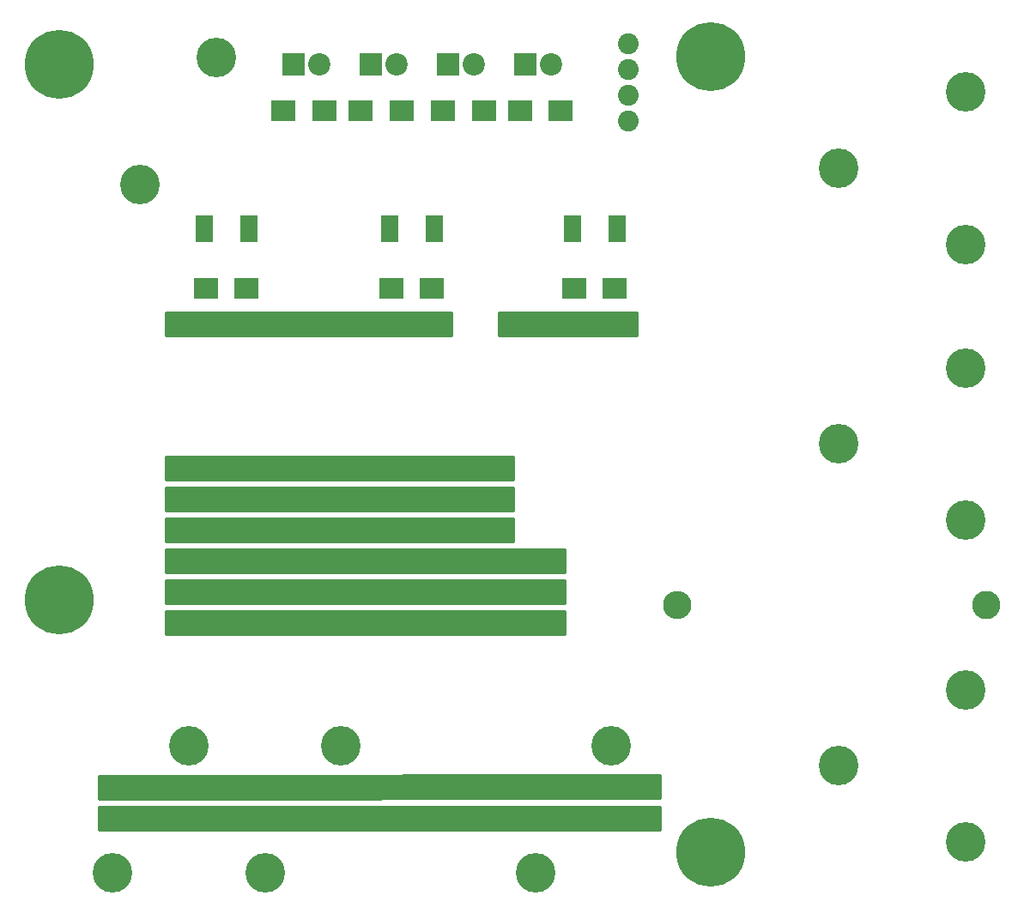
<source format=gbr>
G04 #@! TF.FileFunction,Soldermask,Bot*
%FSLAX46Y46*%
G04 Gerber Fmt 4.6, Leading zero omitted, Abs format (unit mm)*
G04 Created by KiCad (PCBNEW 4.0.7) date 01/22/18 20:26:34*
%MOMM*%
%LPD*%
G01*
G04 APERTURE LIST*
%ADD10C,0.100000*%
%ADD11C,3.900000*%
%ADD12R,2.200000X2.200000*%
%ADD13C,2.200000*%
%ADD14C,6.800000*%
%ADD15C,1.200000*%
%ADD16C,2.800000*%
%ADD17O,2.800000X2.800000*%
%ADD18R,2.400000X2.000000*%
%ADD19C,2.051000*%
%ADD20R,2.400000X2.100000*%
%ADD21R,1.800000X0.700000*%
%ADD22C,0.254000*%
G04 APERTURE END LIST*
D10*
D11*
X112268000Y-53214800D03*
X104768000Y-65714800D03*
D12*
X135128000Y-53848000D03*
D13*
X137668000Y-53848000D03*
D14*
X161036000Y-53086000D03*
D15*
X163436000Y-53086000D03*
X162733056Y-54783056D03*
X161036000Y-55486000D03*
X159338944Y-54783056D03*
X158636000Y-53086000D03*
X159338944Y-51388944D03*
X161036000Y-50686000D03*
X162733056Y-51388944D03*
D14*
X96774000Y-106680000D03*
D15*
X99174000Y-106680000D03*
X98471056Y-108377056D03*
X96774000Y-109080000D03*
X95076944Y-108377056D03*
X94374000Y-106680000D03*
X95076944Y-104982944D03*
X96774000Y-104280000D03*
X98471056Y-104982944D03*
D14*
X161036000Y-131572000D03*
D15*
X163436000Y-131572000D03*
X162733056Y-133269056D03*
X161036000Y-133972000D03*
X159338944Y-133269056D03*
X158636000Y-131572000D03*
X159338944Y-129874944D03*
X161036000Y-129172000D03*
X162733056Y-129874944D03*
D11*
X186182000Y-98820000D03*
X173682000Y-91320000D03*
X186182000Y-83820000D03*
D16*
X188214000Y-107188000D03*
D17*
X157734000Y-107188000D03*
D18*
X147606000Y-75946000D03*
X151606000Y-75946000D03*
X115284000Y-75946000D03*
X111284000Y-75946000D03*
X129572000Y-75946000D03*
X133572000Y-75946000D03*
D12*
X142748000Y-53848000D03*
D13*
X145288000Y-53848000D03*
D12*
X119888000Y-53848000D03*
D13*
X122428000Y-53848000D03*
D12*
X127508000Y-53848000D03*
D13*
X130048000Y-53848000D03*
D11*
X102094000Y-133604000D03*
X109594000Y-121104000D03*
X117094000Y-133604000D03*
X124594000Y-121104000D03*
X186182000Y-71628000D03*
X173682000Y-64128000D03*
X186182000Y-56628000D03*
D19*
X152908000Y-59436000D03*
X152908000Y-56896000D03*
X152908000Y-54356000D03*
X152908000Y-51816000D03*
D11*
X143764000Y-133604000D03*
X151264000Y-121104000D03*
X186182000Y-130570000D03*
X173682000Y-123070000D03*
X186182000Y-115570000D03*
D20*
X142272000Y-58420000D03*
X146272000Y-58420000D03*
X118936000Y-58420000D03*
X122936000Y-58420000D03*
X126556000Y-58420000D03*
X130556000Y-58420000D03*
X134684000Y-58420000D03*
X138684000Y-58420000D03*
D14*
X96774000Y-53848000D03*
D15*
X99174000Y-53848000D03*
X98471056Y-55545056D03*
X96774000Y-56248000D03*
X95076944Y-55545056D03*
X94374000Y-53848000D03*
X95076944Y-52150944D03*
X96774000Y-51448000D03*
X98471056Y-52150944D03*
D21*
X129372000Y-71104000D03*
X129372000Y-70604000D03*
X129372000Y-70104000D03*
X129372000Y-69604000D03*
X129372000Y-69104000D03*
X133772000Y-69104000D03*
X133772000Y-69604000D03*
X133772000Y-70104000D03*
X133772000Y-70604000D03*
X133772000Y-71104000D03*
X147406000Y-71104000D03*
X147406000Y-70604000D03*
X147406000Y-70104000D03*
X147406000Y-69604000D03*
X147406000Y-69104000D03*
X151806000Y-69104000D03*
X151806000Y-69604000D03*
X151806000Y-70104000D03*
X151806000Y-70604000D03*
X151806000Y-71104000D03*
X111084000Y-71104000D03*
X111084000Y-70604000D03*
X111084000Y-70104000D03*
X111084000Y-69604000D03*
X111084000Y-69104000D03*
X115484000Y-69104000D03*
X115484000Y-69604000D03*
X115484000Y-70104000D03*
X115484000Y-70604000D03*
X115484000Y-71104000D03*
D22*
G36*
X141605000Y-94869000D02*
X107315000Y-94869000D01*
X107315000Y-92583000D01*
X141605000Y-92583000D01*
X141605000Y-94869000D01*
X141605000Y-94869000D01*
G37*
X141605000Y-94869000D02*
X107315000Y-94869000D01*
X107315000Y-92583000D01*
X141605000Y-92583000D01*
X141605000Y-94869000D01*
G36*
X141605000Y-97917000D02*
X107315000Y-97917000D01*
X107315000Y-95631000D01*
X141605000Y-95631000D01*
X141605000Y-97917000D01*
X141605000Y-97917000D01*
G37*
X141605000Y-97917000D02*
X107315000Y-97917000D01*
X107315000Y-95631000D01*
X141605000Y-95631000D01*
X141605000Y-97917000D01*
G36*
X141605000Y-100965000D02*
X107315000Y-100965000D01*
X107315000Y-98679000D01*
X141605000Y-98679000D01*
X141605000Y-100965000D01*
X141605000Y-100965000D01*
G37*
X141605000Y-100965000D02*
X107315000Y-100965000D01*
X107315000Y-98679000D01*
X141605000Y-98679000D01*
X141605000Y-100965000D01*
G36*
X146685000Y-104013000D02*
X107315000Y-104013000D01*
X107315000Y-101727000D01*
X146685000Y-101727000D01*
X146685000Y-104013000D01*
X146685000Y-104013000D01*
G37*
X146685000Y-104013000D02*
X107315000Y-104013000D01*
X107315000Y-101727000D01*
X146685000Y-101727000D01*
X146685000Y-104013000D01*
G36*
X146685000Y-107061000D02*
X107315000Y-107061000D01*
X107315000Y-104775000D01*
X146685000Y-104775000D01*
X146685000Y-107061000D01*
X146685000Y-107061000D01*
G37*
X146685000Y-107061000D02*
X107315000Y-107061000D01*
X107315000Y-104775000D01*
X146685000Y-104775000D01*
X146685000Y-107061000D01*
G36*
X146685000Y-110109000D02*
X107315000Y-110109000D01*
X107315000Y-107823000D01*
X146685000Y-107823000D01*
X146685000Y-110109000D01*
X146685000Y-110109000D01*
G37*
X146685000Y-110109000D02*
X107315000Y-110109000D01*
X107315000Y-107823000D01*
X146685000Y-107823000D01*
X146685000Y-110109000D01*
G36*
X156083000Y-126238289D02*
X100711000Y-126364709D01*
X100711000Y-124079000D01*
X104738016Y-124079000D01*
X156083000Y-123952314D01*
X156083000Y-126238289D01*
X156083000Y-126238289D01*
G37*
X156083000Y-126238289D02*
X100711000Y-126364709D01*
X100711000Y-124079000D01*
X104738016Y-124079000D01*
X156083000Y-123952314D01*
X156083000Y-126238289D01*
G36*
X156083000Y-129413000D02*
X100711000Y-129413000D01*
X100711000Y-127127000D01*
X156083000Y-127127000D01*
X156083000Y-129413000D01*
X156083000Y-129413000D01*
G37*
X156083000Y-129413000D02*
X100711000Y-129413000D01*
X100711000Y-127127000D01*
X156083000Y-127127000D01*
X156083000Y-129413000D01*
G36*
X135509000Y-80645000D02*
X107315000Y-80645000D01*
X107315000Y-78359000D01*
X135509000Y-78359000D01*
X135509000Y-80645000D01*
X135509000Y-80645000D01*
G37*
X135509000Y-80645000D02*
X107315000Y-80645000D01*
X107315000Y-78359000D01*
X135509000Y-78359000D01*
X135509000Y-80645000D01*
G36*
X153797000Y-80645000D02*
X140141996Y-80645000D01*
X140141996Y-78359000D01*
X153797000Y-78359000D01*
X153797000Y-80645000D01*
X153797000Y-80645000D01*
G37*
X153797000Y-80645000D02*
X140141996Y-80645000D01*
X140141996Y-78359000D01*
X153797000Y-78359000D01*
X153797000Y-80645000D01*
M02*

</source>
